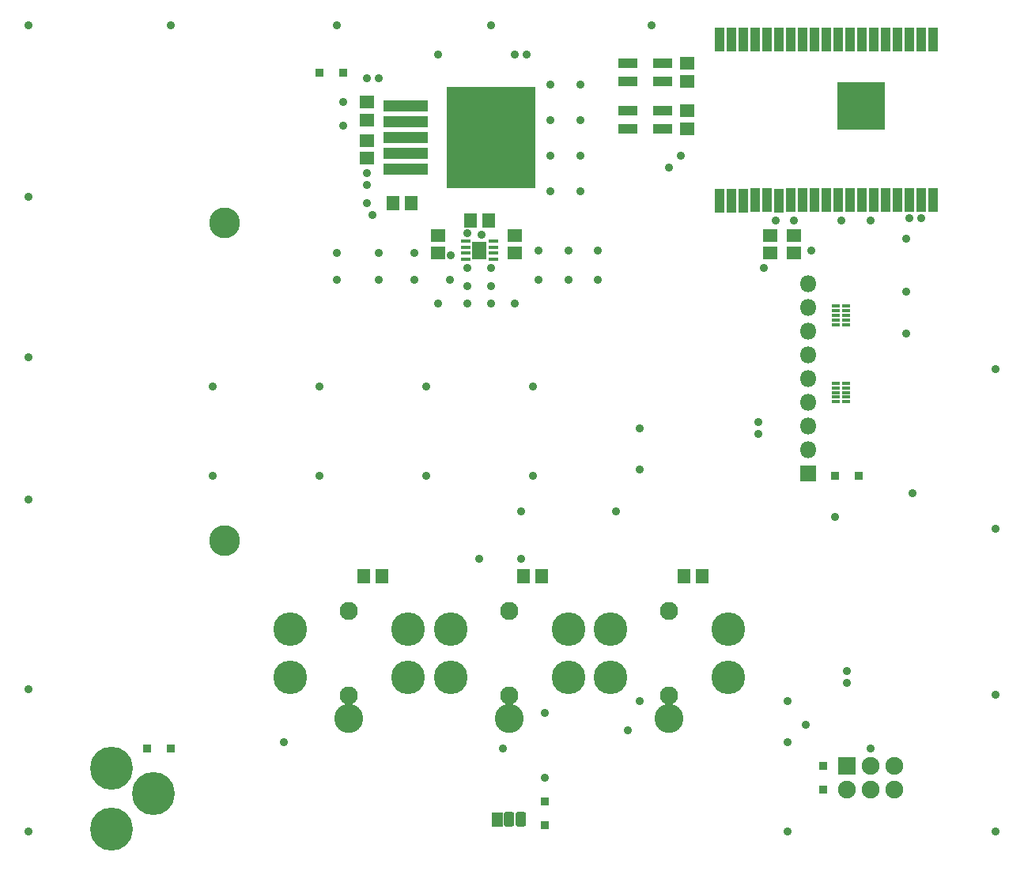
<source format=gts>
G04 #@! TF.GenerationSoftware,KiCad,Pcbnew,(5.1.6)-1*
G04 #@! TF.CreationDate,2021-06-16T15:57:26+02:00*
G04 #@! TF.ProjectId,wall-sensor-of-room-temperature,77616c6c-2d73-4656-9e73-6f722d6f662d,rev?*
G04 #@! TF.SameCoordinates,Original*
G04 #@! TF.FileFunction,Soldermask,Top*
G04 #@! TF.FilePolarity,Negative*
%FSLAX46Y46*%
G04 Gerber Fmt 4.6, Leading zero omitted, Abs format (unit mm)*
G04 Created by KiCad (PCBNEW (5.1.6)-1) date 2021-06-16 15:57:26*
%MOMM*%
%LPD*%
G01*
G04 APERTURE LIST*
%ADD10C,0.900000*%
%ADD11O,1.900000X1.900000*%
%ADD12R,1.900000X1.900000*%
%ADD13R,1.100000X0.410000*%
%ADD14R,1.600000X1.850000*%
%ADD15R,0.900000X0.900000*%
%ADD16C,3.300000*%
%ADD17C,4.600000*%
%ADD18R,4.700000X1.200000*%
%ADD19R,9.500000X10.900000*%
%ADD20R,0.900000X0.400000*%
%ADD21R,5.100000X5.100000*%
%ADD22R,1.000000X2.600000*%
%ADD23O,1.800000X1.800000*%
%ADD24R,1.800000X1.800000*%
%ADD25R,1.150000X1.600000*%
%ADD26R,2.100000X1.100000*%
%ADD27R,1.600000X1.400000*%
%ADD28C,1.950000*%
%ADD29C,3.100000*%
%ADD30C,3.600000*%
%ADD31R,1.400000X1.600000*%
G04 APERTURE END LIST*
D10*
X93345000Y-73660000D03*
X118110000Y-113030000D03*
X127635000Y-140970000D03*
X92075000Y-73660000D03*
X86995000Y-92790002D03*
X88475001Y-92920001D03*
X100965000Y-97790000D03*
X100965000Y-94615000D03*
X97790000Y-97790000D03*
X97790000Y-94615000D03*
X94615000Y-97790000D03*
X94615000Y-94615000D03*
X76835000Y-90805000D03*
X76200000Y-89535000D03*
X76200000Y-87630000D03*
X76200000Y-86360000D03*
X89535000Y-100330000D03*
X92075000Y-100330000D03*
X86995000Y-100330000D03*
X83820000Y-100330000D03*
X89535000Y-98425000D03*
X86995000Y-98425000D03*
X89535000Y-96520000D03*
X86995000Y-96520000D03*
X81280000Y-97790000D03*
X85090000Y-97790000D03*
X73025000Y-94950000D03*
X85205000Y-95135000D03*
X81280000Y-94950000D03*
X77470000Y-94950000D03*
X77470000Y-76200000D03*
X76200000Y-76200000D03*
X73660000Y-81280000D03*
X73660000Y-78740000D03*
X77470000Y-97790000D03*
X73025000Y-97790000D03*
X83820000Y-73660000D03*
X95885000Y-80645000D03*
X95885000Y-84455000D03*
X95885000Y-88265000D03*
X99060000Y-88265000D03*
X99060000Y-84455000D03*
X99060000Y-80645000D03*
X99060000Y-76835000D03*
X95885000Y-76835000D03*
X40005000Y-88900000D03*
X40005000Y-70485000D03*
X55245000Y-70485000D03*
X73025000Y-70485000D03*
X89535000Y-70485000D03*
X106680000Y-70485000D03*
X108585000Y-85725000D03*
X109855000Y-84455000D03*
X135600000Y-91150000D03*
X134330000Y-91150000D03*
X123825000Y-94615000D03*
X118745000Y-96520000D03*
X120015000Y-91440000D03*
X121920000Y-91440000D03*
X127000000Y-91440000D03*
X130175000Y-91440000D03*
X133985000Y-93345000D03*
X133985000Y-99060000D03*
X133985000Y-103505000D03*
X134620000Y-120650000D03*
X118110000Y-114300000D03*
X105410000Y-113665000D03*
X105410000Y-118110000D03*
X102870000Y-122555000D03*
X92710000Y-122555000D03*
X92710000Y-127635000D03*
X143510000Y-124460000D03*
X88265000Y-127635000D03*
X143510000Y-107315000D03*
X126365000Y-123190000D03*
X121285000Y-147320000D03*
X127635000Y-139700000D03*
X121285000Y-142875000D03*
X130175000Y-147955000D03*
X121285000Y-156845000D03*
X123190000Y-145415000D03*
X105410000Y-142875000D03*
X143510000Y-156845000D03*
X104140000Y-146050000D03*
X143510000Y-142240000D03*
X71120000Y-118745000D03*
X71120000Y-109220000D03*
X95250000Y-151130000D03*
X95250000Y-144145000D03*
X82550000Y-109220000D03*
X93980000Y-109220000D03*
X82550000Y-118745000D03*
X93980000Y-118745000D03*
X59690000Y-118745000D03*
X67310000Y-147320000D03*
X90805000Y-147955000D03*
X40005000Y-106045000D03*
X59690000Y-109220000D03*
X40005000Y-121285000D03*
X40005000Y-141605000D03*
X40005000Y-156845000D03*
D11*
X127635000Y-152400000D03*
X130175000Y-152400000D03*
X130175000Y-149860000D03*
D12*
X127635000Y-149860000D03*
D11*
X132715000Y-152400000D03*
X132715000Y-149860000D03*
D13*
X86779100Y-94290000D03*
X89750900Y-95590000D03*
D14*
X88265000Y-94615000D03*
D13*
X86779100Y-95590000D03*
X86779100Y-94940000D03*
X89750900Y-93640000D03*
X89750900Y-94290000D03*
X89750900Y-94940000D03*
X86779100Y-93640000D03*
D15*
X52705000Y-147955000D03*
X55245000Y-147955000D03*
D16*
X61000000Y-125720000D03*
X61000000Y-91720000D03*
D17*
X48895000Y-150095000D03*
X48895000Y-156595000D03*
X53395000Y-152845000D03*
D18*
X80385000Y-80850000D03*
X80385000Y-85950000D03*
X80385000Y-84250000D03*
X80385000Y-79150000D03*
X80385000Y-82550000D03*
D19*
X89535000Y-82550000D03*
D20*
X126460000Y-110355000D03*
X126460000Y-108855000D03*
X127540000Y-110855000D03*
X127540000Y-110355000D03*
X126460000Y-109855000D03*
X126460000Y-109355000D03*
X126460000Y-110855000D03*
X127540000Y-109855000D03*
X127540000Y-109355000D03*
X127540000Y-108855000D03*
X126460000Y-102100000D03*
X126460000Y-100600000D03*
X127540000Y-102600000D03*
X127540000Y-102100000D03*
X126460000Y-101600000D03*
X126460000Y-101100000D03*
X126460000Y-102600000D03*
X127540000Y-101600000D03*
X127540000Y-101100000D03*
X127540000Y-100600000D03*
D21*
X129175000Y-79145000D03*
D22*
X136870000Y-89270000D03*
X135600000Y-89270000D03*
X134330000Y-89270000D03*
X121630000Y-72020000D03*
X131790000Y-72020000D03*
X127980000Y-89270000D03*
X124170000Y-72020000D03*
X127980000Y-72020000D03*
X133060000Y-72020000D03*
X135600000Y-72020000D03*
X130520000Y-89270000D03*
X122900000Y-72020000D03*
X134330000Y-72020000D03*
X114010000Y-89281000D03*
X120360000Y-72020000D03*
X126710000Y-72020000D03*
X121630000Y-89270000D03*
X120360000Y-89281000D03*
X126710000Y-89270000D03*
X129250000Y-72020000D03*
X116550000Y-89281000D03*
X122900000Y-89270000D03*
X133060000Y-89270000D03*
X117820000Y-89270000D03*
X124170000Y-89270000D03*
X129250000Y-89270000D03*
X131790000Y-89270000D03*
X125440000Y-89270000D03*
X125440000Y-72020000D03*
X130520000Y-72020000D03*
X115280000Y-89281000D03*
X119090000Y-89270000D03*
X115280000Y-72009000D03*
X136870000Y-72020000D03*
X114010000Y-72009000D03*
X117820000Y-72020000D03*
X116550000Y-72009000D03*
X119090000Y-72020000D03*
D23*
X123515000Y-110910000D03*
X123515000Y-108370000D03*
X123515000Y-98210000D03*
X123515000Y-100750000D03*
X123515000Y-115990000D03*
D24*
X123515000Y-118530000D03*
D23*
X123515000Y-113450000D03*
X123515000Y-105830000D03*
X123515000Y-103290000D03*
G36*
G01*
X92135000Y-156087500D02*
X92135000Y-155062500D01*
G75*
G02*
X92422500Y-154775000I287500J0D01*
G01*
X92997500Y-154775000D01*
G75*
G02*
X93285000Y-155062500I0J-287500D01*
G01*
X93285000Y-156087500D01*
G75*
G02*
X92997500Y-156375000I-287500J0D01*
G01*
X92422500Y-156375000D01*
G75*
G02*
X92135000Y-156087500I0J287500D01*
G01*
G37*
G36*
G01*
X90865000Y-156087500D02*
X90865000Y-155062500D01*
G75*
G02*
X91152500Y-154775000I287500J0D01*
G01*
X91727500Y-154775000D01*
G75*
G02*
X92015000Y-155062500I0J-287500D01*
G01*
X92015000Y-156087500D01*
G75*
G02*
X91727500Y-156375000I-287500J0D01*
G01*
X91152500Y-156375000D01*
G75*
G02*
X90865000Y-156087500I0J287500D01*
G01*
G37*
D25*
X90170000Y-155575000D03*
D26*
X104170000Y-79645000D03*
X104170000Y-81645000D03*
X107920000Y-79645000D03*
X107920000Y-81645000D03*
X104170000Y-74565000D03*
X104170000Y-76565000D03*
X107920000Y-74565000D03*
X107920000Y-76565000D03*
D15*
X95250000Y-156210000D03*
X95250000Y-153670000D03*
D27*
X119380000Y-93010000D03*
X119380000Y-94950000D03*
D28*
X74295000Y-142320000D03*
X74295000Y-133270000D03*
D29*
X74295000Y-144745000D03*
D30*
X80595000Y-140345000D03*
X80595000Y-135245000D03*
X67995000Y-140345000D03*
X67995000Y-135245000D03*
D28*
X91500000Y-142320000D03*
X91500000Y-133270000D03*
D29*
X91500000Y-144745000D03*
D30*
X97800000Y-140345000D03*
X97800000Y-135245000D03*
X85200000Y-140345000D03*
X85200000Y-135245000D03*
D28*
X108585000Y-142320000D03*
X108585000Y-133270000D03*
D29*
X108585000Y-144745000D03*
D30*
X114885000Y-140345000D03*
X114885000Y-135245000D03*
X102285000Y-140345000D03*
X102285000Y-135245000D03*
D31*
X75865000Y-129540000D03*
X77805000Y-129540000D03*
X93010000Y-129540000D03*
X94950000Y-129540000D03*
X110155000Y-129540000D03*
X112095000Y-129540000D03*
D27*
X121920000Y-94950000D03*
X121920000Y-93010000D03*
D15*
X126365000Y-118745000D03*
X128905000Y-118745000D03*
X125095000Y-149860000D03*
X125095000Y-152400000D03*
X73660000Y-75565000D03*
X71120000Y-75565000D03*
D27*
X110490000Y-81615000D03*
X110490000Y-79675000D03*
X110490000Y-76535000D03*
X110490000Y-74595000D03*
X92075000Y-94950000D03*
X92075000Y-93010000D03*
X76200000Y-84790000D03*
X76200000Y-82850000D03*
D31*
X79040000Y-89535000D03*
X80980000Y-89535000D03*
X87295000Y-91440000D03*
X89235000Y-91440000D03*
D27*
X83820000Y-94950000D03*
X83820000Y-93010000D03*
X76200000Y-78705000D03*
X76200000Y-80645000D03*
M02*

</source>
